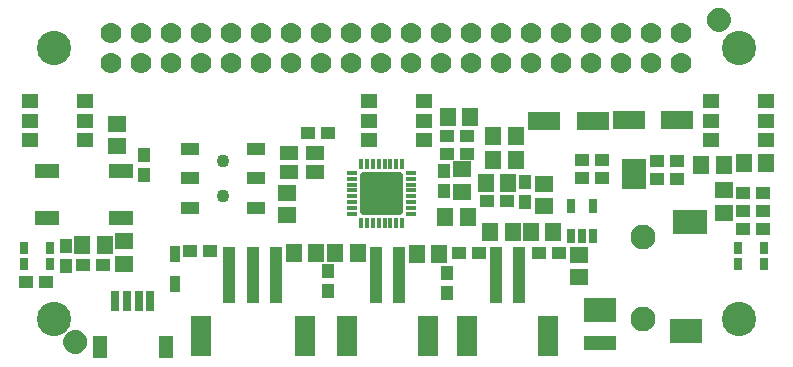
<source format=gbr>
G04 EAGLE Gerber RS-274X export*
G75*
%MOMM*%
%FSLAX34Y34*%
%LPD*%
%INSoldermask Top*%
%IPPOS*%
%AMOC8*
5,1,8,0,0,1.08239X$1,22.5*%
G01*
%ADD10C,2.901600*%
%ADD11C,1.778000*%
%ADD12C,1.101600*%
%ADD13C,0.469900*%
%ADD14R,1.601600X1.341600*%
%ADD15R,1.341600X1.601600*%
%ADD16R,2.101600X1.301600*%
%ADD17R,1.401600X1.301600*%
%ADD18C,0.468206*%
%ADD19R,0.350000X0.900000*%
%ADD20R,0.900000X0.350000*%
%ADD21R,2.701600X1.501600*%
%ADD22R,0.761600X1.001600*%
%ADD23R,0.651600X1.301600*%
%ADD24R,1.101600X1.176600*%
%ADD25R,1.401600X1.601600*%
%ADD26R,1.101600X4.701600*%
%ADD27R,1.701600X3.501600*%
%ADD28R,1.601600X1.101600*%
%ADD29R,1.501600X1.301600*%
%ADD30R,1.176600X1.101600*%
%ADD31R,0.901600X1.451600*%
%ADD32R,0.701600X1.651600*%
%ADD33R,1.301600X1.901600*%
%ADD34R,2.801600X2.101600*%
%ADD35R,2.901600X2.101600*%
%ADD36R,2.101600X2.601600*%
%ADD37R,2.701600X2.101600*%
%ADD38R,2.701600X1.301600*%
%ADD39C,2.101600*%


D10*
X35000Y265000D03*
X615000Y265000D03*
X615000Y35000D03*
X35000Y35000D03*
D11*
X83700Y252300D03*
X83700Y277700D03*
X109100Y252300D03*
X109100Y277700D03*
X134500Y252300D03*
X134500Y277700D03*
X159900Y252300D03*
X159900Y277700D03*
X185300Y252300D03*
X185300Y277700D03*
X210700Y252300D03*
X210700Y277700D03*
X236100Y252300D03*
X236100Y277700D03*
X261500Y252300D03*
X261500Y277700D03*
X286900Y252300D03*
X286900Y277700D03*
X312300Y252300D03*
X312300Y277700D03*
X337700Y252300D03*
X337700Y277700D03*
X363100Y252300D03*
X363100Y277700D03*
X388500Y252300D03*
X388500Y277700D03*
X413900Y252300D03*
X413900Y277700D03*
X439300Y252300D03*
X439300Y277700D03*
X464700Y252300D03*
X464700Y277700D03*
X490100Y252300D03*
X490100Y277700D03*
X515500Y252300D03*
X515500Y277700D03*
X540900Y252300D03*
X540900Y277700D03*
X566300Y252300D03*
X566300Y277700D03*
D12*
X52960Y15815D03*
D13*
X52960Y23315D02*
X52779Y23313D01*
X52598Y23306D01*
X52417Y23295D01*
X52236Y23280D01*
X52056Y23260D01*
X51876Y23236D01*
X51697Y23208D01*
X51519Y23175D01*
X51342Y23138D01*
X51165Y23097D01*
X50990Y23052D01*
X50815Y23002D01*
X50642Y22948D01*
X50471Y22890D01*
X50300Y22828D01*
X50132Y22761D01*
X49965Y22691D01*
X49799Y22617D01*
X49636Y22538D01*
X49475Y22456D01*
X49315Y22370D01*
X49158Y22280D01*
X49003Y22186D01*
X48850Y22089D01*
X48700Y21987D01*
X48552Y21883D01*
X48406Y21774D01*
X48264Y21663D01*
X48124Y21547D01*
X47987Y21429D01*
X47852Y21307D01*
X47721Y21182D01*
X47593Y21054D01*
X47468Y20923D01*
X47346Y20788D01*
X47228Y20651D01*
X47112Y20511D01*
X47001Y20369D01*
X46892Y20223D01*
X46788Y20075D01*
X46686Y19925D01*
X46589Y19772D01*
X46495Y19617D01*
X46405Y19460D01*
X46319Y19300D01*
X46237Y19139D01*
X46158Y18976D01*
X46084Y18810D01*
X46014Y18643D01*
X45947Y18475D01*
X45885Y18304D01*
X45827Y18133D01*
X45773Y17960D01*
X45723Y17785D01*
X45678Y17610D01*
X45637Y17433D01*
X45600Y17256D01*
X45567Y17078D01*
X45539Y16899D01*
X45515Y16719D01*
X45495Y16539D01*
X45480Y16358D01*
X45469Y16177D01*
X45462Y15996D01*
X45460Y15815D01*
X52960Y23315D02*
X53141Y23313D01*
X53322Y23306D01*
X53503Y23295D01*
X53684Y23280D01*
X53864Y23260D01*
X54044Y23236D01*
X54223Y23208D01*
X54401Y23175D01*
X54578Y23138D01*
X54755Y23097D01*
X54930Y23052D01*
X55105Y23002D01*
X55278Y22948D01*
X55449Y22890D01*
X55620Y22828D01*
X55788Y22761D01*
X55955Y22691D01*
X56121Y22617D01*
X56284Y22538D01*
X56445Y22456D01*
X56605Y22370D01*
X56762Y22280D01*
X56917Y22186D01*
X57070Y22089D01*
X57220Y21987D01*
X57368Y21883D01*
X57514Y21774D01*
X57656Y21663D01*
X57796Y21547D01*
X57933Y21429D01*
X58068Y21307D01*
X58199Y21182D01*
X58327Y21054D01*
X58452Y20923D01*
X58574Y20788D01*
X58692Y20651D01*
X58808Y20511D01*
X58919Y20369D01*
X59028Y20223D01*
X59132Y20075D01*
X59234Y19925D01*
X59331Y19772D01*
X59425Y19617D01*
X59515Y19460D01*
X59601Y19300D01*
X59683Y19139D01*
X59762Y18976D01*
X59836Y18810D01*
X59906Y18643D01*
X59973Y18475D01*
X60035Y18304D01*
X60093Y18133D01*
X60147Y17960D01*
X60197Y17785D01*
X60242Y17610D01*
X60283Y17433D01*
X60320Y17256D01*
X60353Y17078D01*
X60381Y16899D01*
X60405Y16719D01*
X60425Y16539D01*
X60440Y16358D01*
X60451Y16177D01*
X60458Y15996D01*
X60460Y15815D01*
X60458Y15634D01*
X60451Y15453D01*
X60440Y15272D01*
X60425Y15091D01*
X60405Y14911D01*
X60381Y14731D01*
X60353Y14552D01*
X60320Y14374D01*
X60283Y14197D01*
X60242Y14020D01*
X60197Y13845D01*
X60147Y13670D01*
X60093Y13497D01*
X60035Y13326D01*
X59973Y13155D01*
X59906Y12987D01*
X59836Y12820D01*
X59762Y12654D01*
X59683Y12491D01*
X59601Y12330D01*
X59515Y12170D01*
X59425Y12013D01*
X59331Y11858D01*
X59234Y11705D01*
X59132Y11555D01*
X59028Y11407D01*
X58919Y11261D01*
X58808Y11119D01*
X58692Y10979D01*
X58574Y10842D01*
X58452Y10707D01*
X58327Y10576D01*
X58199Y10448D01*
X58068Y10323D01*
X57933Y10201D01*
X57796Y10083D01*
X57656Y9967D01*
X57514Y9856D01*
X57368Y9747D01*
X57220Y9643D01*
X57070Y9541D01*
X56917Y9444D01*
X56762Y9350D01*
X56605Y9260D01*
X56445Y9174D01*
X56284Y9092D01*
X56121Y9013D01*
X55955Y8939D01*
X55788Y8869D01*
X55620Y8802D01*
X55449Y8740D01*
X55278Y8682D01*
X55105Y8628D01*
X54930Y8578D01*
X54755Y8533D01*
X54578Y8492D01*
X54401Y8455D01*
X54223Y8422D01*
X54044Y8394D01*
X53864Y8370D01*
X53684Y8350D01*
X53503Y8335D01*
X53322Y8324D01*
X53141Y8317D01*
X52960Y8315D01*
X52779Y8317D01*
X52598Y8324D01*
X52417Y8335D01*
X52236Y8350D01*
X52056Y8370D01*
X51876Y8394D01*
X51697Y8422D01*
X51519Y8455D01*
X51342Y8492D01*
X51165Y8533D01*
X50990Y8578D01*
X50815Y8628D01*
X50642Y8682D01*
X50471Y8740D01*
X50300Y8802D01*
X50132Y8869D01*
X49965Y8939D01*
X49799Y9013D01*
X49636Y9092D01*
X49475Y9174D01*
X49315Y9260D01*
X49158Y9350D01*
X49003Y9444D01*
X48850Y9541D01*
X48700Y9643D01*
X48552Y9747D01*
X48406Y9856D01*
X48264Y9967D01*
X48124Y10083D01*
X47987Y10201D01*
X47852Y10323D01*
X47721Y10448D01*
X47593Y10576D01*
X47468Y10707D01*
X47346Y10842D01*
X47228Y10979D01*
X47112Y11119D01*
X47001Y11261D01*
X46892Y11407D01*
X46788Y11555D01*
X46686Y11705D01*
X46589Y11858D01*
X46495Y12013D01*
X46405Y12170D01*
X46319Y12330D01*
X46237Y12491D01*
X46158Y12654D01*
X46084Y12820D01*
X46014Y12987D01*
X45947Y13155D01*
X45885Y13326D01*
X45827Y13497D01*
X45773Y13670D01*
X45723Y13845D01*
X45678Y14020D01*
X45637Y14197D01*
X45600Y14374D01*
X45567Y14552D01*
X45539Y14731D01*
X45515Y14911D01*
X45495Y15091D01*
X45480Y15272D01*
X45469Y15453D01*
X45462Y15634D01*
X45460Y15815D01*
D12*
X597980Y288510D03*
D13*
X597980Y296010D02*
X597799Y296008D01*
X597618Y296001D01*
X597437Y295990D01*
X597256Y295975D01*
X597076Y295955D01*
X596896Y295931D01*
X596717Y295903D01*
X596539Y295870D01*
X596362Y295833D01*
X596185Y295792D01*
X596010Y295747D01*
X595835Y295697D01*
X595662Y295643D01*
X595491Y295585D01*
X595320Y295523D01*
X595152Y295456D01*
X594985Y295386D01*
X594819Y295312D01*
X594656Y295233D01*
X594495Y295151D01*
X594335Y295065D01*
X594178Y294975D01*
X594023Y294881D01*
X593870Y294784D01*
X593720Y294682D01*
X593572Y294578D01*
X593426Y294469D01*
X593284Y294358D01*
X593144Y294242D01*
X593007Y294124D01*
X592872Y294002D01*
X592741Y293877D01*
X592613Y293749D01*
X592488Y293618D01*
X592366Y293483D01*
X592248Y293346D01*
X592132Y293206D01*
X592021Y293064D01*
X591912Y292918D01*
X591808Y292770D01*
X591706Y292620D01*
X591609Y292467D01*
X591515Y292312D01*
X591425Y292155D01*
X591339Y291995D01*
X591257Y291834D01*
X591178Y291671D01*
X591104Y291505D01*
X591034Y291338D01*
X590967Y291170D01*
X590905Y290999D01*
X590847Y290828D01*
X590793Y290655D01*
X590743Y290480D01*
X590698Y290305D01*
X590657Y290128D01*
X590620Y289951D01*
X590587Y289773D01*
X590559Y289594D01*
X590535Y289414D01*
X590515Y289234D01*
X590500Y289053D01*
X590489Y288872D01*
X590482Y288691D01*
X590480Y288510D01*
X597980Y296010D02*
X598161Y296008D01*
X598342Y296001D01*
X598523Y295990D01*
X598704Y295975D01*
X598884Y295955D01*
X599064Y295931D01*
X599243Y295903D01*
X599421Y295870D01*
X599598Y295833D01*
X599775Y295792D01*
X599950Y295747D01*
X600125Y295697D01*
X600298Y295643D01*
X600469Y295585D01*
X600640Y295523D01*
X600808Y295456D01*
X600975Y295386D01*
X601141Y295312D01*
X601304Y295233D01*
X601465Y295151D01*
X601625Y295065D01*
X601782Y294975D01*
X601937Y294881D01*
X602090Y294784D01*
X602240Y294682D01*
X602388Y294578D01*
X602534Y294469D01*
X602676Y294358D01*
X602816Y294242D01*
X602953Y294124D01*
X603088Y294002D01*
X603219Y293877D01*
X603347Y293749D01*
X603472Y293618D01*
X603594Y293483D01*
X603712Y293346D01*
X603828Y293206D01*
X603939Y293064D01*
X604048Y292918D01*
X604152Y292770D01*
X604254Y292620D01*
X604351Y292467D01*
X604445Y292312D01*
X604535Y292155D01*
X604621Y291995D01*
X604703Y291834D01*
X604782Y291671D01*
X604856Y291505D01*
X604926Y291338D01*
X604993Y291170D01*
X605055Y290999D01*
X605113Y290828D01*
X605167Y290655D01*
X605217Y290480D01*
X605262Y290305D01*
X605303Y290128D01*
X605340Y289951D01*
X605373Y289773D01*
X605401Y289594D01*
X605425Y289414D01*
X605445Y289234D01*
X605460Y289053D01*
X605471Y288872D01*
X605478Y288691D01*
X605480Y288510D01*
X605478Y288329D01*
X605471Y288148D01*
X605460Y287967D01*
X605445Y287786D01*
X605425Y287606D01*
X605401Y287426D01*
X605373Y287247D01*
X605340Y287069D01*
X605303Y286892D01*
X605262Y286715D01*
X605217Y286540D01*
X605167Y286365D01*
X605113Y286192D01*
X605055Y286021D01*
X604993Y285850D01*
X604926Y285682D01*
X604856Y285515D01*
X604782Y285349D01*
X604703Y285186D01*
X604621Y285025D01*
X604535Y284865D01*
X604445Y284708D01*
X604351Y284553D01*
X604254Y284400D01*
X604152Y284250D01*
X604048Y284102D01*
X603939Y283956D01*
X603828Y283814D01*
X603712Y283674D01*
X603594Y283537D01*
X603472Y283402D01*
X603347Y283271D01*
X603219Y283143D01*
X603088Y283018D01*
X602953Y282896D01*
X602816Y282778D01*
X602676Y282662D01*
X602534Y282551D01*
X602388Y282442D01*
X602240Y282338D01*
X602090Y282236D01*
X601937Y282139D01*
X601782Y282045D01*
X601625Y281955D01*
X601465Y281869D01*
X601304Y281787D01*
X601141Y281708D01*
X600975Y281634D01*
X600808Y281564D01*
X600640Y281497D01*
X600469Y281435D01*
X600298Y281377D01*
X600125Y281323D01*
X599950Y281273D01*
X599775Y281228D01*
X599598Y281187D01*
X599421Y281150D01*
X599243Y281117D01*
X599064Y281089D01*
X598884Y281065D01*
X598704Y281045D01*
X598523Y281030D01*
X598342Y281019D01*
X598161Y281012D01*
X597980Y281010D01*
X597799Y281012D01*
X597618Y281019D01*
X597437Y281030D01*
X597256Y281045D01*
X597076Y281065D01*
X596896Y281089D01*
X596717Y281117D01*
X596539Y281150D01*
X596362Y281187D01*
X596185Y281228D01*
X596010Y281273D01*
X595835Y281323D01*
X595662Y281377D01*
X595491Y281435D01*
X595320Y281497D01*
X595152Y281564D01*
X594985Y281634D01*
X594819Y281708D01*
X594656Y281787D01*
X594495Y281869D01*
X594335Y281955D01*
X594178Y282045D01*
X594023Y282139D01*
X593870Y282236D01*
X593720Y282338D01*
X593572Y282442D01*
X593426Y282551D01*
X593284Y282662D01*
X593144Y282778D01*
X593007Y282896D01*
X592872Y283018D01*
X592741Y283143D01*
X592613Y283271D01*
X592488Y283402D01*
X592366Y283537D01*
X592248Y283674D01*
X592132Y283814D01*
X592021Y283956D01*
X591912Y284102D01*
X591808Y284250D01*
X591706Y284400D01*
X591609Y284553D01*
X591515Y284708D01*
X591425Y284865D01*
X591339Y285025D01*
X591257Y285186D01*
X591178Y285349D01*
X591104Y285515D01*
X591034Y285682D01*
X590967Y285850D01*
X590905Y286021D01*
X590847Y286192D01*
X590793Y286365D01*
X590743Y286540D01*
X590698Y286715D01*
X590657Y286892D01*
X590620Y287069D01*
X590587Y287247D01*
X590559Y287426D01*
X590535Y287606D01*
X590515Y287786D01*
X590500Y287967D01*
X590489Y288148D01*
X590482Y288329D01*
X590480Y288510D01*
D14*
X88265Y181635D03*
X88265Y200635D03*
D15*
X638150Y167005D03*
X619150Y167005D03*
D16*
X29325Y160970D03*
X91325Y160970D03*
X91325Y120970D03*
X29325Y120970D03*
D17*
X61600Y186700D03*
X61600Y219700D03*
X14600Y186700D03*
X14600Y219700D03*
X61600Y203200D03*
X14600Y203200D03*
D18*
X296753Y157272D02*
X296753Y125938D01*
X296753Y157272D02*
X328087Y157272D01*
X328087Y125938D01*
X296753Y125938D01*
X296753Y130386D02*
X328087Y130386D01*
X328087Y134834D02*
X296753Y134834D01*
X296753Y139282D02*
X328087Y139282D01*
X328087Y143730D02*
X296753Y143730D01*
X296753Y148178D02*
X328087Y148178D01*
X328087Y152626D02*
X296753Y152626D01*
X296753Y157074D02*
X328087Y157074D01*
D19*
X329920Y166605D03*
X324920Y166605D03*
X319920Y166605D03*
X314920Y166605D03*
X309920Y166605D03*
X304920Y166605D03*
X299920Y166605D03*
X294920Y166605D03*
D20*
X287420Y159105D03*
X287420Y154105D03*
X287420Y149105D03*
X287420Y144105D03*
X287420Y139105D03*
X287420Y134105D03*
X287420Y129105D03*
X287420Y124105D03*
D19*
X294920Y116605D03*
X299920Y116605D03*
X304920Y116605D03*
X309920Y116605D03*
X314920Y116605D03*
X319920Y116605D03*
X324920Y116605D03*
X329920Y116605D03*
D20*
X337420Y124105D03*
X337420Y129105D03*
X337420Y134105D03*
X337420Y139105D03*
X337420Y144105D03*
X337420Y149105D03*
X337420Y154105D03*
X337420Y159105D03*
D21*
X491035Y203200D03*
X450035Y203200D03*
X562790Y203835D03*
X521790Y203835D03*
D15*
X400710Y150495D03*
X419710Y150495D03*
X368325Y206375D03*
X387325Y206375D03*
D22*
X613890Y82150D03*
X635790Y82150D03*
X635790Y95650D03*
X613890Y95650D03*
X31270Y95650D03*
X9370Y95650D03*
X9370Y82150D03*
X31270Y82150D03*
D23*
X472465Y105109D03*
X481965Y105109D03*
X491465Y105109D03*
X491465Y131111D03*
X472465Y131111D03*
D14*
X479425Y89510D03*
X479425Y70510D03*
X450215Y149835D03*
X450215Y130835D03*
D24*
X365125Y160900D03*
X365125Y143900D03*
D14*
X380365Y161900D03*
X380365Y142900D03*
D25*
X407060Y190500D03*
X426060Y190500D03*
X407060Y169545D03*
X426060Y169545D03*
D26*
X429100Y72560D03*
X409100Y72560D03*
D27*
X453100Y20560D03*
X385100Y20560D03*
D26*
X327500Y72560D03*
X307500Y72560D03*
D27*
X351500Y20560D03*
X283500Y20560D03*
D17*
X348620Y186700D03*
X348620Y219700D03*
X301620Y186700D03*
X301620Y219700D03*
X348620Y203200D03*
X301620Y203200D03*
X638180Y186700D03*
X638180Y219700D03*
X591180Y186700D03*
X591180Y219700D03*
X638180Y203200D03*
X591180Y203200D03*
D28*
X149800Y129305D03*
X149800Y154305D03*
X149800Y179305D03*
X205800Y179305D03*
X205800Y154305D03*
X205800Y129305D03*
D12*
X177800Y169305D03*
X177800Y139305D03*
D29*
X234110Y175640D03*
X256110Y175640D03*
X234110Y159640D03*
X256110Y159640D03*
D30*
X401710Y135255D03*
X418710Y135255D03*
X367420Y190500D03*
X384420Y190500D03*
X249945Y193040D03*
X266945Y193040D03*
D24*
X433705Y151375D03*
X433705Y134375D03*
D30*
X28185Y66675D03*
X11185Y66675D03*
X618245Y111125D03*
X635245Y111125D03*
X618245Y126365D03*
X635245Y126365D03*
D24*
X45085Y97400D03*
X45085Y80400D03*
D14*
X602615Y125120D03*
X602615Y144120D03*
D15*
X59080Y97790D03*
X78080Y97790D03*
D30*
X618245Y141605D03*
X635245Y141605D03*
X76445Y80645D03*
X59445Y80645D03*
D14*
X94615Y81940D03*
X94615Y100940D03*
D15*
X601955Y165735D03*
X582955Y165735D03*
D30*
X367420Y175260D03*
X384420Y175260D03*
X499355Y169545D03*
X482355Y169545D03*
X545220Y168910D03*
X562220Y168910D03*
D15*
X292075Y91440D03*
X273075Y91440D03*
X361290Y90170D03*
X342290Y90170D03*
D24*
X266700Y75810D03*
X266700Y58810D03*
X367665Y74540D03*
X367665Y57540D03*
D15*
X438810Y109220D03*
X457810Y109220D03*
X404520Y109220D03*
X423520Y109220D03*
D30*
X445525Y91440D03*
X462525Y91440D03*
X394580Y90805D03*
X377580Y90805D03*
X562855Y153670D03*
X545855Y153670D03*
X482355Y154305D03*
X499355Y154305D03*
D14*
X232410Y123215D03*
X232410Y142215D03*
D15*
X366420Y121285D03*
X385420Y121285D03*
X257150Y91440D03*
X238150Y91440D03*
D26*
X223200Y72720D03*
X203200Y72720D03*
D27*
X247200Y20720D03*
X159200Y20720D03*
D26*
X183200Y72720D03*
D30*
X167250Y92710D03*
X150250Y92710D03*
D31*
X137160Y90170D03*
X137160Y64770D03*
D32*
X96600Y50540D03*
X106600Y50540D03*
X86600Y50540D03*
X116600Y50540D03*
D33*
X73600Y11540D03*
X129600Y11540D03*
D24*
X111125Y157235D03*
X111125Y174235D03*
D34*
X570400Y25000D03*
D35*
X573400Y117000D03*
D36*
X525900Y158000D03*
D37*
X497400Y43000D03*
D38*
X497400Y15000D03*
D39*
X533400Y35000D03*
X533400Y105000D03*
M02*

</source>
